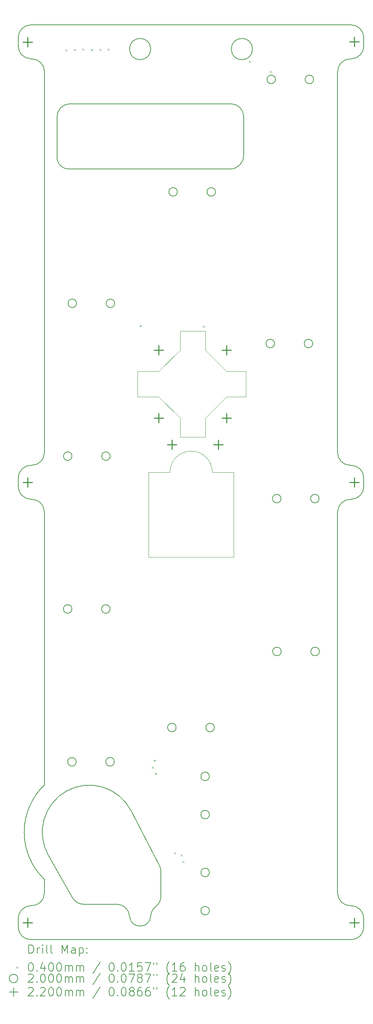
<source format=gbr>
%TF.GenerationSoftware,KiCad,Pcbnew,8.0.8*%
%TF.CreationDate,2025-03-15T17:23:19-07:00*%
%TF.ProjectId,Stationary_X_Panel,53746174-696f-46e6-9172-795f585f5061,1.4*%
%TF.SameCoordinates,Original*%
%TF.FileFunction,Drillmap*%
%TF.FilePolarity,Positive*%
%FSLAX45Y45*%
G04 Gerber Fmt 4.5, Leading zero omitted, Abs format (unit mm)*
G04 Created by KiCad (PCBNEW 8.0.8) date 2025-03-15 17:23:19*
%MOMM*%
%LPD*%
G01*
G04 APERTURE LIST*
%ADD10C,0.200000*%
%ADD11C,0.100000*%
%ADD12C,0.220000*%
G04 APERTURE END LIST*
D10*
X8200000Y-4300000D02*
X8200000Y-5200000D01*
X8200000Y-5200000D02*
G75*
G02*
X7900000Y-5534999I-317510J-17490D01*
G01*
D11*
X7300000Y-11400000D02*
X7300000Y-11850000D01*
D10*
X8408500Y-2710500D02*
G75*
G02*
X7908500Y-2710500I-250000J0D01*
G01*
X7908500Y-2710500D02*
G75*
G02*
X8408500Y-2710500I250000J0D01*
G01*
D11*
X6700000Y-11850000D02*
X7300000Y-11850000D01*
D10*
X10416000Y-22590500D02*
X10416000Y-13615500D01*
X10733500Y-12515500D02*
G75*
G02*
X11033500Y-12815500I0J-300000D01*
G01*
X4167106Y-22704917D02*
X3596709Y-21707521D01*
X3183500Y-2940500D02*
X3201000Y-2940500D01*
X6248500Y-22084083D02*
X6248500Y-22669490D01*
X11033500Y-23390500D02*
X11033500Y-23190500D01*
X3501000Y-22268160D02*
X3501000Y-22590500D01*
D11*
X6700000Y-11400000D02*
X6700000Y-11850000D01*
D10*
X11033500Y-13015500D02*
G75*
G02*
X10733500Y-13315500I-300000J0D01*
G01*
X2883500Y-23190500D02*
G75*
G02*
X3183500Y-22890500I300000J0D01*
G01*
X6008138Y-23133948D02*
G75*
G02*
X6128104Y-22909791I299602J-16162D01*
G01*
X10416000Y-3240500D02*
G75*
G02*
X10716000Y-2940500I300000J0D01*
G01*
X3501000Y-22590500D02*
G75*
G02*
X3201000Y-22890500I-300000J0D01*
G01*
X4100000Y-4000000D02*
X7900000Y-4000000D01*
X3183500Y-23690500D02*
G75*
G02*
X2883500Y-23390500I0J300000D01*
G01*
X10416000Y-13615500D02*
G75*
G02*
X10716000Y-13315500I300000J0D01*
G01*
D11*
X5962000Y-14680000D02*
X5962000Y-12680000D01*
D10*
X11033500Y-2640500D02*
X11033500Y-2440500D01*
X10733500Y-2140500D02*
G75*
G02*
X11033500Y-2440500I0J-300000D01*
G01*
D11*
X6200000Y-10900000D02*
X6700000Y-11400000D01*
D10*
X3183500Y-2940500D02*
G75*
G02*
X2883500Y-2640500I0J300000D01*
G01*
D11*
X7300000Y-9350000D02*
X6700000Y-9350000D01*
D10*
X10733500Y-22890500D02*
G75*
G02*
X11033500Y-23190500I0J-300000D01*
G01*
X10733500Y-12515500D02*
X10716000Y-12515500D01*
X2883500Y-12815500D02*
X2883500Y-13015500D01*
X3201000Y-12515500D02*
X3183500Y-12515500D01*
X10716000Y-22890500D02*
G75*
G02*
X10416000Y-22590500I0J300000D01*
G01*
D11*
X6200000Y-10300000D02*
X6700000Y-9800000D01*
D10*
X2883500Y-2440500D02*
G75*
G02*
X3183500Y-2140500I300000J0D01*
G01*
D11*
X8250000Y-10900000D02*
X8250000Y-10300000D01*
X6462000Y-12680000D02*
G75*
G02*
X7462000Y-12680000I500000J0D01*
G01*
D10*
X10716000Y-13315500D02*
X10733500Y-13315500D01*
X10716000Y-12515500D02*
G75*
G02*
X10416000Y-12215500I0J300000D01*
G01*
X10716000Y-2940500D02*
X10733500Y-2940500D01*
X3183500Y-13315500D02*
G75*
G02*
X2883500Y-13015500I0J300000D01*
G01*
X7900000Y-4000000D02*
G75*
G02*
X8200000Y-4300000I0J-300000D01*
G01*
X6248500Y-22669490D02*
G75*
G02*
X6128102Y-22909788I-300000J0D01*
G01*
X7900000Y-5535000D02*
X4100000Y-5535000D01*
D11*
X6700000Y-9800000D02*
X6700000Y-9350000D01*
D10*
X4100000Y-5535000D02*
G75*
G02*
X3800001Y-5300000I-28770J272260D01*
G01*
D11*
X5700000Y-10900000D02*
X5700000Y-10300000D01*
D10*
X6008138Y-23133948D02*
G75*
G02*
X5509021Y-23136630I-249638J13448D01*
G01*
X3800000Y-4300000D02*
G75*
G02*
X4100000Y-4000000I304763J-4763D01*
G01*
X3501000Y-12215500D02*
G75*
G02*
X3201000Y-12515500I-300000J0D01*
G01*
X10733500Y-22890500D02*
X10716000Y-22890500D01*
X3501000Y-3240500D02*
X3501000Y-12215500D01*
D11*
X7300000Y-11400000D02*
X7800000Y-10900000D01*
D10*
X11033500Y-13015500D02*
X11033500Y-12815500D01*
X3201000Y-13315500D02*
G75*
G02*
X3501000Y-13615500I0J-300000D01*
G01*
D11*
X7962000Y-12680000D02*
X7962000Y-14680000D01*
X7462000Y-12680000D02*
X7962000Y-12680000D01*
D10*
X3201000Y-22890500D02*
X3183500Y-22890500D01*
X2883500Y-2440500D02*
X2883500Y-2640500D01*
X10416000Y-12215500D02*
X10416000Y-3240500D01*
X5209646Y-22855986D02*
G75*
G02*
X5509030Y-23136629I14J-299994D01*
G01*
X11033500Y-2640500D02*
G75*
G02*
X10733500Y-2940500I-300000J0D01*
G01*
D11*
X5962000Y-12680000D02*
X6462000Y-12680000D01*
D10*
X6008500Y-2710500D02*
G75*
G02*
X5508500Y-2710500I-250000J0D01*
G01*
X5508500Y-2710500D02*
G75*
G02*
X6008500Y-2710500I250000J0D01*
G01*
X5209646Y-22855986D02*
X4427528Y-22855986D01*
D11*
X7300000Y-9800000D02*
X7300000Y-9350000D01*
D10*
X4427528Y-22855986D02*
G75*
G02*
X4167105Y-22704918I2J300006D01*
G01*
X3800000Y-4300000D02*
X3800000Y-5300000D01*
D11*
X7962000Y-14680000D02*
X5962000Y-14680000D01*
X7800000Y-10300000D02*
X8250000Y-10300000D01*
X7300000Y-9800000D02*
X7800000Y-10300000D01*
D10*
X5542277Y-20647816D02*
X6214875Y-21946081D01*
X6214875Y-21946081D02*
G75*
G02*
X6248497Y-22084083I-266385J-137999D01*
G01*
D11*
X5700000Y-10300000D02*
X6200000Y-10300000D01*
D10*
X2883500Y-23190500D02*
X2883500Y-23390500D01*
X3201000Y-2940500D02*
G75*
G02*
X3501000Y-3240500I0J-300000D01*
G01*
X10733500Y-2140500D02*
X3183500Y-2140500D01*
D11*
X7800000Y-10900000D02*
X8250000Y-10900000D01*
X5700000Y-10900000D02*
X6200000Y-10900000D01*
D10*
X3596709Y-21707521D02*
G75*
G02*
X5542277Y-20647816I961791J550035D01*
G01*
X11033500Y-23390500D02*
G75*
G02*
X10733500Y-23690500I-300000J0D01*
G01*
X3183500Y-13315500D02*
X3201000Y-13315500D01*
X3501000Y-22268160D02*
G75*
G02*
X3501000Y-20046812I1057501J1110674D01*
G01*
X3183500Y-23690500D02*
X10733500Y-23690500D01*
X3501000Y-13615500D02*
X3501000Y-20046812D01*
X2883500Y-12815500D02*
G75*
G02*
X3183500Y-12515500I300000J0D01*
G01*
D11*
X3994500Y-2717500D02*
X4034500Y-2757500D01*
X4034500Y-2717500D02*
X3994500Y-2757500D01*
X4197500Y-2708500D02*
X4237500Y-2748500D01*
X4237500Y-2708500D02*
X4197500Y-2748500D01*
X4393500Y-2700500D02*
X4433500Y-2740500D01*
X4433500Y-2700500D02*
X4393500Y-2740500D01*
X4594500Y-2711500D02*
X4634500Y-2751500D01*
X4634500Y-2711500D02*
X4594500Y-2751500D01*
X4797500Y-2708500D02*
X4837500Y-2748500D01*
X4837500Y-2708500D02*
X4797500Y-2748500D01*
X4992500Y-2698500D02*
X5032500Y-2738500D01*
X5032500Y-2698500D02*
X4992500Y-2738500D01*
X5745800Y-9214200D02*
X5785800Y-9254200D01*
X5785800Y-9214200D02*
X5745800Y-9254200D01*
X6036500Y-19615500D02*
X6076500Y-19655500D01*
X6076500Y-19615500D02*
X6036500Y-19655500D01*
X6079500Y-19449500D02*
X6119500Y-19489500D01*
X6119500Y-19449500D02*
X6079500Y-19489500D01*
X6107500Y-19762500D02*
X6147500Y-19802500D01*
X6147500Y-19762500D02*
X6107500Y-19802500D01*
X6561500Y-21632500D02*
X6601500Y-21672500D01*
X6601500Y-21632500D02*
X6561500Y-21672500D01*
X6711500Y-21683500D02*
X6751500Y-21723500D01*
X6751500Y-21683500D02*
X6711500Y-21723500D01*
X6753500Y-21836500D02*
X6793500Y-21876500D01*
X6793500Y-21836500D02*
X6753500Y-21876500D01*
X7239500Y-9225600D02*
X7279500Y-9265600D01*
X7279500Y-9225600D02*
X7239500Y-9265600D01*
X8322500Y-2990000D02*
X8362500Y-3030000D01*
X8362500Y-2990000D02*
X8322500Y-3030000D01*
X8819500Y-3225500D02*
X8859500Y-3265500D01*
X8859500Y-3225500D02*
X8819500Y-3265500D01*
D10*
X4150000Y-15900000D02*
G75*
G02*
X3950000Y-15900000I-100000J0D01*
G01*
X3950000Y-15900000D02*
G75*
G02*
X4150000Y-15900000I100000J0D01*
G01*
X4151500Y-12300000D02*
G75*
G02*
X3951500Y-12300000I-100000J0D01*
G01*
X3951500Y-12300000D02*
G75*
G02*
X4151500Y-12300000I100000J0D01*
G01*
X4250000Y-19500000D02*
G75*
G02*
X4050000Y-19500000I-100000J0D01*
G01*
X4050000Y-19500000D02*
G75*
G02*
X4250000Y-19500000I100000J0D01*
G01*
X4258500Y-8700000D02*
G75*
G02*
X4058500Y-8700000I-100000J0D01*
G01*
X4058500Y-8700000D02*
G75*
G02*
X4258500Y-8700000I100000J0D01*
G01*
X5050000Y-15900000D02*
G75*
G02*
X4850000Y-15900000I-100000J0D01*
G01*
X4850000Y-15900000D02*
G75*
G02*
X5050000Y-15900000I100000J0D01*
G01*
X5051500Y-12300000D02*
G75*
G02*
X4851500Y-12300000I-100000J0D01*
G01*
X4851500Y-12300000D02*
G75*
G02*
X5051500Y-12300000I100000J0D01*
G01*
X5150000Y-19500000D02*
G75*
G02*
X4950000Y-19500000I-100000J0D01*
G01*
X4950000Y-19500000D02*
G75*
G02*
X5150000Y-19500000I100000J0D01*
G01*
X5158500Y-8700000D02*
G75*
G02*
X4958500Y-8700000I-100000J0D01*
G01*
X4958500Y-8700000D02*
G75*
G02*
X5158500Y-8700000I100000J0D01*
G01*
X6607500Y-18692500D02*
G75*
G02*
X6407500Y-18692500I-100000J0D01*
G01*
X6407500Y-18692500D02*
G75*
G02*
X6607500Y-18692500I100000J0D01*
G01*
X6636000Y-6075000D02*
G75*
G02*
X6436000Y-6075000I-100000J0D01*
G01*
X6436000Y-6075000D02*
G75*
G02*
X6636000Y-6075000I100000J0D01*
G01*
X7391500Y-19843500D02*
G75*
G02*
X7191500Y-19843500I-100000J0D01*
G01*
X7191500Y-19843500D02*
G75*
G02*
X7391500Y-19843500I100000J0D01*
G01*
X7391500Y-20743500D02*
G75*
G02*
X7191500Y-20743500I-100000J0D01*
G01*
X7191500Y-20743500D02*
G75*
G02*
X7391500Y-20743500I100000J0D01*
G01*
X7391500Y-22107500D02*
G75*
G02*
X7191500Y-22107500I-100000J0D01*
G01*
X7191500Y-22107500D02*
G75*
G02*
X7391500Y-22107500I100000J0D01*
G01*
X7391500Y-23007500D02*
G75*
G02*
X7191500Y-23007500I-100000J0D01*
G01*
X7191500Y-23007500D02*
G75*
G02*
X7391500Y-23007500I100000J0D01*
G01*
X7507500Y-18692500D02*
G75*
G02*
X7307500Y-18692500I-100000J0D01*
G01*
X7307500Y-18692500D02*
G75*
G02*
X7507500Y-18692500I100000J0D01*
G01*
X7536000Y-6075000D02*
G75*
G02*
X7336000Y-6075000I-100000J0D01*
G01*
X7336000Y-6075000D02*
G75*
G02*
X7536000Y-6075000I100000J0D01*
G01*
X8928500Y-9647500D02*
G75*
G02*
X8728500Y-9647500I-100000J0D01*
G01*
X8728500Y-9647500D02*
G75*
G02*
X8928500Y-9647500I100000J0D01*
G01*
X8950000Y-3425000D02*
G75*
G02*
X8750000Y-3425000I-100000J0D01*
G01*
X8750000Y-3425000D02*
G75*
G02*
X8950000Y-3425000I100000J0D01*
G01*
X9080500Y-13299500D02*
G75*
G02*
X8880500Y-13299500I-100000J0D01*
G01*
X8880500Y-13299500D02*
G75*
G02*
X9080500Y-13299500I100000J0D01*
G01*
X9085500Y-16901500D02*
G75*
G02*
X8885500Y-16901500I-100000J0D01*
G01*
X8885500Y-16901500D02*
G75*
G02*
X9085500Y-16901500I100000J0D01*
G01*
X9828500Y-9647500D02*
G75*
G02*
X9628500Y-9647500I-100000J0D01*
G01*
X9628500Y-9647500D02*
G75*
G02*
X9828500Y-9647500I100000J0D01*
G01*
X9850000Y-3425000D02*
G75*
G02*
X9650000Y-3425000I-100000J0D01*
G01*
X9650000Y-3425000D02*
G75*
G02*
X9850000Y-3425000I100000J0D01*
G01*
X9980500Y-13299500D02*
G75*
G02*
X9780500Y-13299500I-100000J0D01*
G01*
X9780500Y-13299500D02*
G75*
G02*
X9980500Y-13299500I100000J0D01*
G01*
X9985500Y-16901500D02*
G75*
G02*
X9785500Y-16901500I-100000J0D01*
G01*
X9785500Y-16901500D02*
G75*
G02*
X9985500Y-16901500I100000J0D01*
G01*
D12*
X3107500Y-12805500D02*
X3107500Y-13025500D01*
X2997500Y-12915500D02*
X3217500Y-12915500D01*
X3108500Y-2431500D02*
X3108500Y-2651500D01*
X2998500Y-2541500D02*
X3218500Y-2541500D01*
X3109500Y-23181500D02*
X3109500Y-23401500D01*
X2999500Y-23291500D02*
X3219500Y-23291500D01*
X6200000Y-9690000D02*
X6200000Y-9910000D01*
X6090000Y-9800000D02*
X6310000Y-9800000D01*
X6200000Y-11290000D02*
X6200000Y-11510000D01*
X6090000Y-11400000D02*
X6310000Y-11400000D01*
X6510000Y-11921500D02*
X6510000Y-12141500D01*
X6400000Y-12031500D02*
X6620000Y-12031500D01*
X7604500Y-11921500D02*
X7604500Y-12141500D01*
X7494500Y-12031500D02*
X7714500Y-12031500D01*
X7800000Y-9690000D02*
X7800000Y-9910000D01*
X7690000Y-9800000D02*
X7910000Y-9800000D01*
X7800000Y-11290000D02*
X7800000Y-11510000D01*
X7690000Y-11400000D02*
X7910000Y-11400000D01*
X10807500Y-12806500D02*
X10807500Y-13026500D01*
X10697500Y-12916500D02*
X10917500Y-12916500D01*
X10807500Y-23180500D02*
X10807500Y-23400500D01*
X10697500Y-23290500D02*
X10917500Y-23290500D01*
X10809500Y-2430500D02*
X10809500Y-2650500D01*
X10699500Y-2540500D02*
X10919500Y-2540500D01*
D10*
X3134277Y-24011984D02*
X3134277Y-23811984D01*
X3134277Y-23811984D02*
X3181896Y-23811984D01*
X3181896Y-23811984D02*
X3210467Y-23821508D01*
X3210467Y-23821508D02*
X3229515Y-23840555D01*
X3229515Y-23840555D02*
X3239039Y-23859603D01*
X3239039Y-23859603D02*
X3248562Y-23897698D01*
X3248562Y-23897698D02*
X3248562Y-23926269D01*
X3248562Y-23926269D02*
X3239039Y-23964365D01*
X3239039Y-23964365D02*
X3229515Y-23983412D01*
X3229515Y-23983412D02*
X3210467Y-24002460D01*
X3210467Y-24002460D02*
X3181896Y-24011984D01*
X3181896Y-24011984D02*
X3134277Y-24011984D01*
X3334277Y-24011984D02*
X3334277Y-23878650D01*
X3334277Y-23916746D02*
X3343801Y-23897698D01*
X3343801Y-23897698D02*
X3353324Y-23888174D01*
X3353324Y-23888174D02*
X3372372Y-23878650D01*
X3372372Y-23878650D02*
X3391420Y-23878650D01*
X3458086Y-24011984D02*
X3458086Y-23878650D01*
X3458086Y-23811984D02*
X3448562Y-23821508D01*
X3448562Y-23821508D02*
X3458086Y-23831031D01*
X3458086Y-23831031D02*
X3467610Y-23821508D01*
X3467610Y-23821508D02*
X3458086Y-23811984D01*
X3458086Y-23811984D02*
X3458086Y-23831031D01*
X3581896Y-24011984D02*
X3562848Y-24002460D01*
X3562848Y-24002460D02*
X3553324Y-23983412D01*
X3553324Y-23983412D02*
X3553324Y-23811984D01*
X3686658Y-24011984D02*
X3667610Y-24002460D01*
X3667610Y-24002460D02*
X3658086Y-23983412D01*
X3658086Y-23983412D02*
X3658086Y-23811984D01*
X3915229Y-24011984D02*
X3915229Y-23811984D01*
X3915229Y-23811984D02*
X3981896Y-23954841D01*
X3981896Y-23954841D02*
X4048562Y-23811984D01*
X4048562Y-23811984D02*
X4048562Y-24011984D01*
X4229515Y-24011984D02*
X4229515Y-23907222D01*
X4229515Y-23907222D02*
X4219991Y-23888174D01*
X4219991Y-23888174D02*
X4200944Y-23878650D01*
X4200944Y-23878650D02*
X4162848Y-23878650D01*
X4162848Y-23878650D02*
X4143801Y-23888174D01*
X4229515Y-24002460D02*
X4210467Y-24011984D01*
X4210467Y-24011984D02*
X4162848Y-24011984D01*
X4162848Y-24011984D02*
X4143801Y-24002460D01*
X4143801Y-24002460D02*
X4134277Y-23983412D01*
X4134277Y-23983412D02*
X4134277Y-23964365D01*
X4134277Y-23964365D02*
X4143801Y-23945317D01*
X4143801Y-23945317D02*
X4162848Y-23935793D01*
X4162848Y-23935793D02*
X4210467Y-23935793D01*
X4210467Y-23935793D02*
X4229515Y-23926269D01*
X4324753Y-23878650D02*
X4324753Y-24078650D01*
X4324753Y-23888174D02*
X4343801Y-23878650D01*
X4343801Y-23878650D02*
X4381896Y-23878650D01*
X4381896Y-23878650D02*
X4400944Y-23888174D01*
X4400944Y-23888174D02*
X4410467Y-23897698D01*
X4410467Y-23897698D02*
X4419991Y-23916746D01*
X4419991Y-23916746D02*
X4419991Y-23973888D01*
X4419991Y-23973888D02*
X4410467Y-23992936D01*
X4410467Y-23992936D02*
X4400944Y-24002460D01*
X4400944Y-24002460D02*
X4381896Y-24011984D01*
X4381896Y-24011984D02*
X4343801Y-24011984D01*
X4343801Y-24011984D02*
X4324753Y-24002460D01*
X4505705Y-23992936D02*
X4515229Y-24002460D01*
X4515229Y-24002460D02*
X4505705Y-24011984D01*
X4505705Y-24011984D02*
X4496182Y-24002460D01*
X4496182Y-24002460D02*
X4505705Y-23992936D01*
X4505705Y-23992936D02*
X4505705Y-24011984D01*
X4505705Y-23888174D02*
X4515229Y-23897698D01*
X4515229Y-23897698D02*
X4505705Y-23907222D01*
X4505705Y-23907222D02*
X4496182Y-23897698D01*
X4496182Y-23897698D02*
X4505705Y-23888174D01*
X4505705Y-23888174D02*
X4505705Y-23907222D01*
D11*
X2833500Y-24320500D02*
X2873500Y-24360500D01*
X2873500Y-24320500D02*
X2833500Y-24360500D01*
D10*
X3172372Y-24231984D02*
X3191420Y-24231984D01*
X3191420Y-24231984D02*
X3210467Y-24241508D01*
X3210467Y-24241508D02*
X3219991Y-24251031D01*
X3219991Y-24251031D02*
X3229515Y-24270079D01*
X3229515Y-24270079D02*
X3239039Y-24308174D01*
X3239039Y-24308174D02*
X3239039Y-24355793D01*
X3239039Y-24355793D02*
X3229515Y-24393888D01*
X3229515Y-24393888D02*
X3219991Y-24412936D01*
X3219991Y-24412936D02*
X3210467Y-24422460D01*
X3210467Y-24422460D02*
X3191420Y-24431984D01*
X3191420Y-24431984D02*
X3172372Y-24431984D01*
X3172372Y-24431984D02*
X3153324Y-24422460D01*
X3153324Y-24422460D02*
X3143801Y-24412936D01*
X3143801Y-24412936D02*
X3134277Y-24393888D01*
X3134277Y-24393888D02*
X3124753Y-24355793D01*
X3124753Y-24355793D02*
X3124753Y-24308174D01*
X3124753Y-24308174D02*
X3134277Y-24270079D01*
X3134277Y-24270079D02*
X3143801Y-24251031D01*
X3143801Y-24251031D02*
X3153324Y-24241508D01*
X3153324Y-24241508D02*
X3172372Y-24231984D01*
X3324753Y-24412936D02*
X3334277Y-24422460D01*
X3334277Y-24422460D02*
X3324753Y-24431984D01*
X3324753Y-24431984D02*
X3315229Y-24422460D01*
X3315229Y-24422460D02*
X3324753Y-24412936D01*
X3324753Y-24412936D02*
X3324753Y-24431984D01*
X3505705Y-24298650D02*
X3505705Y-24431984D01*
X3458086Y-24222460D02*
X3410467Y-24365317D01*
X3410467Y-24365317D02*
X3534277Y-24365317D01*
X3648562Y-24231984D02*
X3667610Y-24231984D01*
X3667610Y-24231984D02*
X3686658Y-24241508D01*
X3686658Y-24241508D02*
X3696182Y-24251031D01*
X3696182Y-24251031D02*
X3705705Y-24270079D01*
X3705705Y-24270079D02*
X3715229Y-24308174D01*
X3715229Y-24308174D02*
X3715229Y-24355793D01*
X3715229Y-24355793D02*
X3705705Y-24393888D01*
X3705705Y-24393888D02*
X3696182Y-24412936D01*
X3696182Y-24412936D02*
X3686658Y-24422460D01*
X3686658Y-24422460D02*
X3667610Y-24431984D01*
X3667610Y-24431984D02*
X3648562Y-24431984D01*
X3648562Y-24431984D02*
X3629515Y-24422460D01*
X3629515Y-24422460D02*
X3619991Y-24412936D01*
X3619991Y-24412936D02*
X3610467Y-24393888D01*
X3610467Y-24393888D02*
X3600943Y-24355793D01*
X3600943Y-24355793D02*
X3600943Y-24308174D01*
X3600943Y-24308174D02*
X3610467Y-24270079D01*
X3610467Y-24270079D02*
X3619991Y-24251031D01*
X3619991Y-24251031D02*
X3629515Y-24241508D01*
X3629515Y-24241508D02*
X3648562Y-24231984D01*
X3839039Y-24231984D02*
X3858086Y-24231984D01*
X3858086Y-24231984D02*
X3877134Y-24241508D01*
X3877134Y-24241508D02*
X3886658Y-24251031D01*
X3886658Y-24251031D02*
X3896182Y-24270079D01*
X3896182Y-24270079D02*
X3905705Y-24308174D01*
X3905705Y-24308174D02*
X3905705Y-24355793D01*
X3905705Y-24355793D02*
X3896182Y-24393888D01*
X3896182Y-24393888D02*
X3886658Y-24412936D01*
X3886658Y-24412936D02*
X3877134Y-24422460D01*
X3877134Y-24422460D02*
X3858086Y-24431984D01*
X3858086Y-24431984D02*
X3839039Y-24431984D01*
X3839039Y-24431984D02*
X3819991Y-24422460D01*
X3819991Y-24422460D02*
X3810467Y-24412936D01*
X3810467Y-24412936D02*
X3800943Y-24393888D01*
X3800943Y-24393888D02*
X3791420Y-24355793D01*
X3791420Y-24355793D02*
X3791420Y-24308174D01*
X3791420Y-24308174D02*
X3800943Y-24270079D01*
X3800943Y-24270079D02*
X3810467Y-24251031D01*
X3810467Y-24251031D02*
X3819991Y-24241508D01*
X3819991Y-24241508D02*
X3839039Y-24231984D01*
X3991420Y-24431984D02*
X3991420Y-24298650D01*
X3991420Y-24317698D02*
X4000943Y-24308174D01*
X4000943Y-24308174D02*
X4019991Y-24298650D01*
X4019991Y-24298650D02*
X4048563Y-24298650D01*
X4048563Y-24298650D02*
X4067610Y-24308174D01*
X4067610Y-24308174D02*
X4077134Y-24327222D01*
X4077134Y-24327222D02*
X4077134Y-24431984D01*
X4077134Y-24327222D02*
X4086658Y-24308174D01*
X4086658Y-24308174D02*
X4105705Y-24298650D01*
X4105705Y-24298650D02*
X4134277Y-24298650D01*
X4134277Y-24298650D02*
X4153324Y-24308174D01*
X4153324Y-24308174D02*
X4162848Y-24327222D01*
X4162848Y-24327222D02*
X4162848Y-24431984D01*
X4258086Y-24431984D02*
X4258086Y-24298650D01*
X4258086Y-24317698D02*
X4267610Y-24308174D01*
X4267610Y-24308174D02*
X4286658Y-24298650D01*
X4286658Y-24298650D02*
X4315229Y-24298650D01*
X4315229Y-24298650D02*
X4334277Y-24308174D01*
X4334277Y-24308174D02*
X4343801Y-24327222D01*
X4343801Y-24327222D02*
X4343801Y-24431984D01*
X4343801Y-24327222D02*
X4353325Y-24308174D01*
X4353325Y-24308174D02*
X4372372Y-24298650D01*
X4372372Y-24298650D02*
X4400944Y-24298650D01*
X4400944Y-24298650D02*
X4419991Y-24308174D01*
X4419991Y-24308174D02*
X4429515Y-24327222D01*
X4429515Y-24327222D02*
X4429515Y-24431984D01*
X4819991Y-24222460D02*
X4648563Y-24479603D01*
X5077134Y-24231984D02*
X5096182Y-24231984D01*
X5096182Y-24231984D02*
X5115229Y-24241508D01*
X5115229Y-24241508D02*
X5124753Y-24251031D01*
X5124753Y-24251031D02*
X5134277Y-24270079D01*
X5134277Y-24270079D02*
X5143801Y-24308174D01*
X5143801Y-24308174D02*
X5143801Y-24355793D01*
X5143801Y-24355793D02*
X5134277Y-24393888D01*
X5134277Y-24393888D02*
X5124753Y-24412936D01*
X5124753Y-24412936D02*
X5115229Y-24422460D01*
X5115229Y-24422460D02*
X5096182Y-24431984D01*
X5096182Y-24431984D02*
X5077134Y-24431984D01*
X5077134Y-24431984D02*
X5058087Y-24422460D01*
X5058087Y-24422460D02*
X5048563Y-24412936D01*
X5048563Y-24412936D02*
X5039039Y-24393888D01*
X5039039Y-24393888D02*
X5029515Y-24355793D01*
X5029515Y-24355793D02*
X5029515Y-24308174D01*
X5029515Y-24308174D02*
X5039039Y-24270079D01*
X5039039Y-24270079D02*
X5048563Y-24251031D01*
X5048563Y-24251031D02*
X5058087Y-24241508D01*
X5058087Y-24241508D02*
X5077134Y-24231984D01*
X5229515Y-24412936D02*
X5239039Y-24422460D01*
X5239039Y-24422460D02*
X5229515Y-24431984D01*
X5229515Y-24431984D02*
X5219991Y-24422460D01*
X5219991Y-24422460D02*
X5229515Y-24412936D01*
X5229515Y-24412936D02*
X5229515Y-24431984D01*
X5362848Y-24231984D02*
X5381896Y-24231984D01*
X5381896Y-24231984D02*
X5400944Y-24241508D01*
X5400944Y-24241508D02*
X5410468Y-24251031D01*
X5410468Y-24251031D02*
X5419991Y-24270079D01*
X5419991Y-24270079D02*
X5429515Y-24308174D01*
X5429515Y-24308174D02*
X5429515Y-24355793D01*
X5429515Y-24355793D02*
X5419991Y-24393888D01*
X5419991Y-24393888D02*
X5410468Y-24412936D01*
X5410468Y-24412936D02*
X5400944Y-24422460D01*
X5400944Y-24422460D02*
X5381896Y-24431984D01*
X5381896Y-24431984D02*
X5362848Y-24431984D01*
X5362848Y-24431984D02*
X5343801Y-24422460D01*
X5343801Y-24422460D02*
X5334277Y-24412936D01*
X5334277Y-24412936D02*
X5324753Y-24393888D01*
X5324753Y-24393888D02*
X5315229Y-24355793D01*
X5315229Y-24355793D02*
X5315229Y-24308174D01*
X5315229Y-24308174D02*
X5324753Y-24270079D01*
X5324753Y-24270079D02*
X5334277Y-24251031D01*
X5334277Y-24251031D02*
X5343801Y-24241508D01*
X5343801Y-24241508D02*
X5362848Y-24231984D01*
X5619991Y-24431984D02*
X5505706Y-24431984D01*
X5562848Y-24431984D02*
X5562848Y-24231984D01*
X5562848Y-24231984D02*
X5543801Y-24260555D01*
X5543801Y-24260555D02*
X5524753Y-24279603D01*
X5524753Y-24279603D02*
X5505706Y-24289127D01*
X5800944Y-24231984D02*
X5705706Y-24231984D01*
X5705706Y-24231984D02*
X5696182Y-24327222D01*
X5696182Y-24327222D02*
X5705706Y-24317698D01*
X5705706Y-24317698D02*
X5724753Y-24308174D01*
X5724753Y-24308174D02*
X5772372Y-24308174D01*
X5772372Y-24308174D02*
X5791420Y-24317698D01*
X5791420Y-24317698D02*
X5800944Y-24327222D01*
X5800944Y-24327222D02*
X5810467Y-24346269D01*
X5810467Y-24346269D02*
X5810467Y-24393888D01*
X5810467Y-24393888D02*
X5800944Y-24412936D01*
X5800944Y-24412936D02*
X5791420Y-24422460D01*
X5791420Y-24422460D02*
X5772372Y-24431984D01*
X5772372Y-24431984D02*
X5724753Y-24431984D01*
X5724753Y-24431984D02*
X5705706Y-24422460D01*
X5705706Y-24422460D02*
X5696182Y-24412936D01*
X5877134Y-24231984D02*
X6010467Y-24231984D01*
X6010467Y-24231984D02*
X5924753Y-24431984D01*
X6077134Y-24231984D02*
X6077134Y-24270079D01*
X6153325Y-24231984D02*
X6153325Y-24270079D01*
X6448563Y-24508174D02*
X6439039Y-24498650D01*
X6439039Y-24498650D02*
X6419991Y-24470079D01*
X6419991Y-24470079D02*
X6410468Y-24451031D01*
X6410468Y-24451031D02*
X6400944Y-24422460D01*
X6400944Y-24422460D02*
X6391420Y-24374841D01*
X6391420Y-24374841D02*
X6391420Y-24336746D01*
X6391420Y-24336746D02*
X6400944Y-24289127D01*
X6400944Y-24289127D02*
X6410468Y-24260555D01*
X6410468Y-24260555D02*
X6419991Y-24241508D01*
X6419991Y-24241508D02*
X6439039Y-24212936D01*
X6439039Y-24212936D02*
X6448563Y-24203412D01*
X6629515Y-24431984D02*
X6515229Y-24431984D01*
X6572372Y-24431984D02*
X6572372Y-24231984D01*
X6572372Y-24231984D02*
X6553325Y-24260555D01*
X6553325Y-24260555D02*
X6534277Y-24279603D01*
X6534277Y-24279603D02*
X6515229Y-24289127D01*
X6800944Y-24231984D02*
X6762848Y-24231984D01*
X6762848Y-24231984D02*
X6743801Y-24241508D01*
X6743801Y-24241508D02*
X6734277Y-24251031D01*
X6734277Y-24251031D02*
X6715229Y-24279603D01*
X6715229Y-24279603D02*
X6705706Y-24317698D01*
X6705706Y-24317698D02*
X6705706Y-24393888D01*
X6705706Y-24393888D02*
X6715229Y-24412936D01*
X6715229Y-24412936D02*
X6724753Y-24422460D01*
X6724753Y-24422460D02*
X6743801Y-24431984D01*
X6743801Y-24431984D02*
X6781896Y-24431984D01*
X6781896Y-24431984D02*
X6800944Y-24422460D01*
X6800944Y-24422460D02*
X6810468Y-24412936D01*
X6810468Y-24412936D02*
X6819991Y-24393888D01*
X6819991Y-24393888D02*
X6819991Y-24346269D01*
X6819991Y-24346269D02*
X6810468Y-24327222D01*
X6810468Y-24327222D02*
X6800944Y-24317698D01*
X6800944Y-24317698D02*
X6781896Y-24308174D01*
X6781896Y-24308174D02*
X6743801Y-24308174D01*
X6743801Y-24308174D02*
X6724753Y-24317698D01*
X6724753Y-24317698D02*
X6715229Y-24327222D01*
X6715229Y-24327222D02*
X6705706Y-24346269D01*
X7058087Y-24431984D02*
X7058087Y-24231984D01*
X7143801Y-24431984D02*
X7143801Y-24327222D01*
X7143801Y-24327222D02*
X7134277Y-24308174D01*
X7134277Y-24308174D02*
X7115230Y-24298650D01*
X7115230Y-24298650D02*
X7086658Y-24298650D01*
X7086658Y-24298650D02*
X7067610Y-24308174D01*
X7067610Y-24308174D02*
X7058087Y-24317698D01*
X7267610Y-24431984D02*
X7248563Y-24422460D01*
X7248563Y-24422460D02*
X7239039Y-24412936D01*
X7239039Y-24412936D02*
X7229515Y-24393888D01*
X7229515Y-24393888D02*
X7229515Y-24336746D01*
X7229515Y-24336746D02*
X7239039Y-24317698D01*
X7239039Y-24317698D02*
X7248563Y-24308174D01*
X7248563Y-24308174D02*
X7267610Y-24298650D01*
X7267610Y-24298650D02*
X7296182Y-24298650D01*
X7296182Y-24298650D02*
X7315230Y-24308174D01*
X7315230Y-24308174D02*
X7324753Y-24317698D01*
X7324753Y-24317698D02*
X7334277Y-24336746D01*
X7334277Y-24336746D02*
X7334277Y-24393888D01*
X7334277Y-24393888D02*
X7324753Y-24412936D01*
X7324753Y-24412936D02*
X7315230Y-24422460D01*
X7315230Y-24422460D02*
X7296182Y-24431984D01*
X7296182Y-24431984D02*
X7267610Y-24431984D01*
X7448563Y-24431984D02*
X7429515Y-24422460D01*
X7429515Y-24422460D02*
X7419991Y-24403412D01*
X7419991Y-24403412D02*
X7419991Y-24231984D01*
X7600944Y-24422460D02*
X7581896Y-24431984D01*
X7581896Y-24431984D02*
X7543801Y-24431984D01*
X7543801Y-24431984D02*
X7524753Y-24422460D01*
X7524753Y-24422460D02*
X7515230Y-24403412D01*
X7515230Y-24403412D02*
X7515230Y-24327222D01*
X7515230Y-24327222D02*
X7524753Y-24308174D01*
X7524753Y-24308174D02*
X7543801Y-24298650D01*
X7543801Y-24298650D02*
X7581896Y-24298650D01*
X7581896Y-24298650D02*
X7600944Y-24308174D01*
X7600944Y-24308174D02*
X7610468Y-24327222D01*
X7610468Y-24327222D02*
X7610468Y-24346269D01*
X7610468Y-24346269D02*
X7515230Y-24365317D01*
X7686658Y-24422460D02*
X7705706Y-24431984D01*
X7705706Y-24431984D02*
X7743801Y-24431984D01*
X7743801Y-24431984D02*
X7762849Y-24422460D01*
X7762849Y-24422460D02*
X7772372Y-24403412D01*
X7772372Y-24403412D02*
X7772372Y-24393888D01*
X7772372Y-24393888D02*
X7762849Y-24374841D01*
X7762849Y-24374841D02*
X7743801Y-24365317D01*
X7743801Y-24365317D02*
X7715230Y-24365317D01*
X7715230Y-24365317D02*
X7696182Y-24355793D01*
X7696182Y-24355793D02*
X7686658Y-24336746D01*
X7686658Y-24336746D02*
X7686658Y-24327222D01*
X7686658Y-24327222D02*
X7696182Y-24308174D01*
X7696182Y-24308174D02*
X7715230Y-24298650D01*
X7715230Y-24298650D02*
X7743801Y-24298650D01*
X7743801Y-24298650D02*
X7762849Y-24308174D01*
X7839039Y-24508174D02*
X7848563Y-24498650D01*
X7848563Y-24498650D02*
X7867611Y-24470079D01*
X7867611Y-24470079D02*
X7877134Y-24451031D01*
X7877134Y-24451031D02*
X7886658Y-24422460D01*
X7886658Y-24422460D02*
X7896182Y-24374841D01*
X7896182Y-24374841D02*
X7896182Y-24336746D01*
X7896182Y-24336746D02*
X7886658Y-24289127D01*
X7886658Y-24289127D02*
X7877134Y-24260555D01*
X7877134Y-24260555D02*
X7867611Y-24241508D01*
X7867611Y-24241508D02*
X7848563Y-24212936D01*
X7848563Y-24212936D02*
X7839039Y-24203412D01*
X2873500Y-24604500D02*
G75*
G02*
X2673500Y-24604500I-100000J0D01*
G01*
X2673500Y-24604500D02*
G75*
G02*
X2873500Y-24604500I100000J0D01*
G01*
X3124753Y-24515031D02*
X3134277Y-24505508D01*
X3134277Y-24505508D02*
X3153324Y-24495984D01*
X3153324Y-24495984D02*
X3200943Y-24495984D01*
X3200943Y-24495984D02*
X3219991Y-24505508D01*
X3219991Y-24505508D02*
X3229515Y-24515031D01*
X3229515Y-24515031D02*
X3239039Y-24534079D01*
X3239039Y-24534079D02*
X3239039Y-24553127D01*
X3239039Y-24553127D02*
X3229515Y-24581698D01*
X3229515Y-24581698D02*
X3115229Y-24695984D01*
X3115229Y-24695984D02*
X3239039Y-24695984D01*
X3324753Y-24676936D02*
X3334277Y-24686460D01*
X3334277Y-24686460D02*
X3324753Y-24695984D01*
X3324753Y-24695984D02*
X3315229Y-24686460D01*
X3315229Y-24686460D02*
X3324753Y-24676936D01*
X3324753Y-24676936D02*
X3324753Y-24695984D01*
X3458086Y-24495984D02*
X3477134Y-24495984D01*
X3477134Y-24495984D02*
X3496182Y-24505508D01*
X3496182Y-24505508D02*
X3505705Y-24515031D01*
X3505705Y-24515031D02*
X3515229Y-24534079D01*
X3515229Y-24534079D02*
X3524753Y-24572174D01*
X3524753Y-24572174D02*
X3524753Y-24619793D01*
X3524753Y-24619793D02*
X3515229Y-24657888D01*
X3515229Y-24657888D02*
X3505705Y-24676936D01*
X3505705Y-24676936D02*
X3496182Y-24686460D01*
X3496182Y-24686460D02*
X3477134Y-24695984D01*
X3477134Y-24695984D02*
X3458086Y-24695984D01*
X3458086Y-24695984D02*
X3439039Y-24686460D01*
X3439039Y-24686460D02*
X3429515Y-24676936D01*
X3429515Y-24676936D02*
X3419991Y-24657888D01*
X3419991Y-24657888D02*
X3410467Y-24619793D01*
X3410467Y-24619793D02*
X3410467Y-24572174D01*
X3410467Y-24572174D02*
X3419991Y-24534079D01*
X3419991Y-24534079D02*
X3429515Y-24515031D01*
X3429515Y-24515031D02*
X3439039Y-24505508D01*
X3439039Y-24505508D02*
X3458086Y-24495984D01*
X3648562Y-24495984D02*
X3667610Y-24495984D01*
X3667610Y-24495984D02*
X3686658Y-24505508D01*
X3686658Y-24505508D02*
X3696182Y-24515031D01*
X3696182Y-24515031D02*
X3705705Y-24534079D01*
X3705705Y-24534079D02*
X3715229Y-24572174D01*
X3715229Y-24572174D02*
X3715229Y-24619793D01*
X3715229Y-24619793D02*
X3705705Y-24657888D01*
X3705705Y-24657888D02*
X3696182Y-24676936D01*
X3696182Y-24676936D02*
X3686658Y-24686460D01*
X3686658Y-24686460D02*
X3667610Y-24695984D01*
X3667610Y-24695984D02*
X3648562Y-24695984D01*
X3648562Y-24695984D02*
X3629515Y-24686460D01*
X3629515Y-24686460D02*
X3619991Y-24676936D01*
X3619991Y-24676936D02*
X3610467Y-24657888D01*
X3610467Y-24657888D02*
X3600943Y-24619793D01*
X3600943Y-24619793D02*
X3600943Y-24572174D01*
X3600943Y-24572174D02*
X3610467Y-24534079D01*
X3610467Y-24534079D02*
X3619991Y-24515031D01*
X3619991Y-24515031D02*
X3629515Y-24505508D01*
X3629515Y-24505508D02*
X3648562Y-24495984D01*
X3839039Y-24495984D02*
X3858086Y-24495984D01*
X3858086Y-24495984D02*
X3877134Y-24505508D01*
X3877134Y-24505508D02*
X3886658Y-24515031D01*
X3886658Y-24515031D02*
X3896182Y-24534079D01*
X3896182Y-24534079D02*
X3905705Y-24572174D01*
X3905705Y-24572174D02*
X3905705Y-24619793D01*
X3905705Y-24619793D02*
X3896182Y-24657888D01*
X3896182Y-24657888D02*
X3886658Y-24676936D01*
X3886658Y-24676936D02*
X3877134Y-24686460D01*
X3877134Y-24686460D02*
X3858086Y-24695984D01*
X3858086Y-24695984D02*
X3839039Y-24695984D01*
X3839039Y-24695984D02*
X3819991Y-24686460D01*
X3819991Y-24686460D02*
X3810467Y-24676936D01*
X3810467Y-24676936D02*
X3800943Y-24657888D01*
X3800943Y-24657888D02*
X3791420Y-24619793D01*
X3791420Y-24619793D02*
X3791420Y-24572174D01*
X3791420Y-24572174D02*
X3800943Y-24534079D01*
X3800943Y-24534079D02*
X3810467Y-24515031D01*
X3810467Y-24515031D02*
X3819991Y-24505508D01*
X3819991Y-24505508D02*
X3839039Y-24495984D01*
X3991420Y-24695984D02*
X3991420Y-24562650D01*
X3991420Y-24581698D02*
X4000943Y-24572174D01*
X4000943Y-24572174D02*
X4019991Y-24562650D01*
X4019991Y-24562650D02*
X4048563Y-24562650D01*
X4048563Y-24562650D02*
X4067610Y-24572174D01*
X4067610Y-24572174D02*
X4077134Y-24591222D01*
X4077134Y-24591222D02*
X4077134Y-24695984D01*
X4077134Y-24591222D02*
X4086658Y-24572174D01*
X4086658Y-24572174D02*
X4105705Y-24562650D01*
X4105705Y-24562650D02*
X4134277Y-24562650D01*
X4134277Y-24562650D02*
X4153324Y-24572174D01*
X4153324Y-24572174D02*
X4162848Y-24591222D01*
X4162848Y-24591222D02*
X4162848Y-24695984D01*
X4258086Y-24695984D02*
X4258086Y-24562650D01*
X4258086Y-24581698D02*
X4267610Y-24572174D01*
X4267610Y-24572174D02*
X4286658Y-24562650D01*
X4286658Y-24562650D02*
X4315229Y-24562650D01*
X4315229Y-24562650D02*
X4334277Y-24572174D01*
X4334277Y-24572174D02*
X4343801Y-24591222D01*
X4343801Y-24591222D02*
X4343801Y-24695984D01*
X4343801Y-24591222D02*
X4353325Y-24572174D01*
X4353325Y-24572174D02*
X4372372Y-24562650D01*
X4372372Y-24562650D02*
X4400944Y-24562650D01*
X4400944Y-24562650D02*
X4419991Y-24572174D01*
X4419991Y-24572174D02*
X4429515Y-24591222D01*
X4429515Y-24591222D02*
X4429515Y-24695984D01*
X4819991Y-24486460D02*
X4648563Y-24743603D01*
X5077134Y-24495984D02*
X5096182Y-24495984D01*
X5096182Y-24495984D02*
X5115229Y-24505508D01*
X5115229Y-24505508D02*
X5124753Y-24515031D01*
X5124753Y-24515031D02*
X5134277Y-24534079D01*
X5134277Y-24534079D02*
X5143801Y-24572174D01*
X5143801Y-24572174D02*
X5143801Y-24619793D01*
X5143801Y-24619793D02*
X5134277Y-24657888D01*
X5134277Y-24657888D02*
X5124753Y-24676936D01*
X5124753Y-24676936D02*
X5115229Y-24686460D01*
X5115229Y-24686460D02*
X5096182Y-24695984D01*
X5096182Y-24695984D02*
X5077134Y-24695984D01*
X5077134Y-24695984D02*
X5058087Y-24686460D01*
X5058087Y-24686460D02*
X5048563Y-24676936D01*
X5048563Y-24676936D02*
X5039039Y-24657888D01*
X5039039Y-24657888D02*
X5029515Y-24619793D01*
X5029515Y-24619793D02*
X5029515Y-24572174D01*
X5029515Y-24572174D02*
X5039039Y-24534079D01*
X5039039Y-24534079D02*
X5048563Y-24515031D01*
X5048563Y-24515031D02*
X5058087Y-24505508D01*
X5058087Y-24505508D02*
X5077134Y-24495984D01*
X5229515Y-24676936D02*
X5239039Y-24686460D01*
X5239039Y-24686460D02*
X5229515Y-24695984D01*
X5229515Y-24695984D02*
X5219991Y-24686460D01*
X5219991Y-24686460D02*
X5229515Y-24676936D01*
X5229515Y-24676936D02*
X5229515Y-24695984D01*
X5362848Y-24495984D02*
X5381896Y-24495984D01*
X5381896Y-24495984D02*
X5400944Y-24505508D01*
X5400944Y-24505508D02*
X5410468Y-24515031D01*
X5410468Y-24515031D02*
X5419991Y-24534079D01*
X5419991Y-24534079D02*
X5429515Y-24572174D01*
X5429515Y-24572174D02*
X5429515Y-24619793D01*
X5429515Y-24619793D02*
X5419991Y-24657888D01*
X5419991Y-24657888D02*
X5410468Y-24676936D01*
X5410468Y-24676936D02*
X5400944Y-24686460D01*
X5400944Y-24686460D02*
X5381896Y-24695984D01*
X5381896Y-24695984D02*
X5362848Y-24695984D01*
X5362848Y-24695984D02*
X5343801Y-24686460D01*
X5343801Y-24686460D02*
X5334277Y-24676936D01*
X5334277Y-24676936D02*
X5324753Y-24657888D01*
X5324753Y-24657888D02*
X5315229Y-24619793D01*
X5315229Y-24619793D02*
X5315229Y-24572174D01*
X5315229Y-24572174D02*
X5324753Y-24534079D01*
X5324753Y-24534079D02*
X5334277Y-24515031D01*
X5334277Y-24515031D02*
X5343801Y-24505508D01*
X5343801Y-24505508D02*
X5362848Y-24495984D01*
X5496182Y-24495984D02*
X5629515Y-24495984D01*
X5629515Y-24495984D02*
X5543801Y-24695984D01*
X5734277Y-24581698D02*
X5715229Y-24572174D01*
X5715229Y-24572174D02*
X5705706Y-24562650D01*
X5705706Y-24562650D02*
X5696182Y-24543603D01*
X5696182Y-24543603D02*
X5696182Y-24534079D01*
X5696182Y-24534079D02*
X5705706Y-24515031D01*
X5705706Y-24515031D02*
X5715229Y-24505508D01*
X5715229Y-24505508D02*
X5734277Y-24495984D01*
X5734277Y-24495984D02*
X5772372Y-24495984D01*
X5772372Y-24495984D02*
X5791420Y-24505508D01*
X5791420Y-24505508D02*
X5800944Y-24515031D01*
X5800944Y-24515031D02*
X5810467Y-24534079D01*
X5810467Y-24534079D02*
X5810467Y-24543603D01*
X5810467Y-24543603D02*
X5800944Y-24562650D01*
X5800944Y-24562650D02*
X5791420Y-24572174D01*
X5791420Y-24572174D02*
X5772372Y-24581698D01*
X5772372Y-24581698D02*
X5734277Y-24581698D01*
X5734277Y-24581698D02*
X5715229Y-24591222D01*
X5715229Y-24591222D02*
X5705706Y-24600746D01*
X5705706Y-24600746D02*
X5696182Y-24619793D01*
X5696182Y-24619793D02*
X5696182Y-24657888D01*
X5696182Y-24657888D02*
X5705706Y-24676936D01*
X5705706Y-24676936D02*
X5715229Y-24686460D01*
X5715229Y-24686460D02*
X5734277Y-24695984D01*
X5734277Y-24695984D02*
X5772372Y-24695984D01*
X5772372Y-24695984D02*
X5791420Y-24686460D01*
X5791420Y-24686460D02*
X5800944Y-24676936D01*
X5800944Y-24676936D02*
X5810467Y-24657888D01*
X5810467Y-24657888D02*
X5810467Y-24619793D01*
X5810467Y-24619793D02*
X5800944Y-24600746D01*
X5800944Y-24600746D02*
X5791420Y-24591222D01*
X5791420Y-24591222D02*
X5772372Y-24581698D01*
X5877134Y-24495984D02*
X6010467Y-24495984D01*
X6010467Y-24495984D02*
X5924753Y-24695984D01*
X6077134Y-24495984D02*
X6077134Y-24534079D01*
X6153325Y-24495984D02*
X6153325Y-24534079D01*
X6448563Y-24772174D02*
X6439039Y-24762650D01*
X6439039Y-24762650D02*
X6419991Y-24734079D01*
X6419991Y-24734079D02*
X6410468Y-24715031D01*
X6410468Y-24715031D02*
X6400944Y-24686460D01*
X6400944Y-24686460D02*
X6391420Y-24638841D01*
X6391420Y-24638841D02*
X6391420Y-24600746D01*
X6391420Y-24600746D02*
X6400944Y-24553127D01*
X6400944Y-24553127D02*
X6410468Y-24524555D01*
X6410468Y-24524555D02*
X6419991Y-24505508D01*
X6419991Y-24505508D02*
X6439039Y-24476936D01*
X6439039Y-24476936D02*
X6448563Y-24467412D01*
X6515229Y-24515031D02*
X6524753Y-24505508D01*
X6524753Y-24505508D02*
X6543801Y-24495984D01*
X6543801Y-24495984D02*
X6591420Y-24495984D01*
X6591420Y-24495984D02*
X6610468Y-24505508D01*
X6610468Y-24505508D02*
X6619991Y-24515031D01*
X6619991Y-24515031D02*
X6629515Y-24534079D01*
X6629515Y-24534079D02*
X6629515Y-24553127D01*
X6629515Y-24553127D02*
X6619991Y-24581698D01*
X6619991Y-24581698D02*
X6505706Y-24695984D01*
X6505706Y-24695984D02*
X6629515Y-24695984D01*
X6800944Y-24562650D02*
X6800944Y-24695984D01*
X6753325Y-24486460D02*
X6705706Y-24629317D01*
X6705706Y-24629317D02*
X6829515Y-24629317D01*
X7058087Y-24695984D02*
X7058087Y-24495984D01*
X7143801Y-24695984D02*
X7143801Y-24591222D01*
X7143801Y-24591222D02*
X7134277Y-24572174D01*
X7134277Y-24572174D02*
X7115230Y-24562650D01*
X7115230Y-24562650D02*
X7086658Y-24562650D01*
X7086658Y-24562650D02*
X7067610Y-24572174D01*
X7067610Y-24572174D02*
X7058087Y-24581698D01*
X7267610Y-24695984D02*
X7248563Y-24686460D01*
X7248563Y-24686460D02*
X7239039Y-24676936D01*
X7239039Y-24676936D02*
X7229515Y-24657888D01*
X7229515Y-24657888D02*
X7229515Y-24600746D01*
X7229515Y-24600746D02*
X7239039Y-24581698D01*
X7239039Y-24581698D02*
X7248563Y-24572174D01*
X7248563Y-24572174D02*
X7267610Y-24562650D01*
X7267610Y-24562650D02*
X7296182Y-24562650D01*
X7296182Y-24562650D02*
X7315230Y-24572174D01*
X7315230Y-24572174D02*
X7324753Y-24581698D01*
X7324753Y-24581698D02*
X7334277Y-24600746D01*
X7334277Y-24600746D02*
X7334277Y-24657888D01*
X7334277Y-24657888D02*
X7324753Y-24676936D01*
X7324753Y-24676936D02*
X7315230Y-24686460D01*
X7315230Y-24686460D02*
X7296182Y-24695984D01*
X7296182Y-24695984D02*
X7267610Y-24695984D01*
X7448563Y-24695984D02*
X7429515Y-24686460D01*
X7429515Y-24686460D02*
X7419991Y-24667412D01*
X7419991Y-24667412D02*
X7419991Y-24495984D01*
X7600944Y-24686460D02*
X7581896Y-24695984D01*
X7581896Y-24695984D02*
X7543801Y-24695984D01*
X7543801Y-24695984D02*
X7524753Y-24686460D01*
X7524753Y-24686460D02*
X7515230Y-24667412D01*
X7515230Y-24667412D02*
X7515230Y-24591222D01*
X7515230Y-24591222D02*
X7524753Y-24572174D01*
X7524753Y-24572174D02*
X7543801Y-24562650D01*
X7543801Y-24562650D02*
X7581896Y-24562650D01*
X7581896Y-24562650D02*
X7600944Y-24572174D01*
X7600944Y-24572174D02*
X7610468Y-24591222D01*
X7610468Y-24591222D02*
X7610468Y-24610269D01*
X7610468Y-24610269D02*
X7515230Y-24629317D01*
X7686658Y-24686460D02*
X7705706Y-24695984D01*
X7705706Y-24695984D02*
X7743801Y-24695984D01*
X7743801Y-24695984D02*
X7762849Y-24686460D01*
X7762849Y-24686460D02*
X7772372Y-24667412D01*
X7772372Y-24667412D02*
X7772372Y-24657888D01*
X7772372Y-24657888D02*
X7762849Y-24638841D01*
X7762849Y-24638841D02*
X7743801Y-24629317D01*
X7743801Y-24629317D02*
X7715230Y-24629317D01*
X7715230Y-24629317D02*
X7696182Y-24619793D01*
X7696182Y-24619793D02*
X7686658Y-24600746D01*
X7686658Y-24600746D02*
X7686658Y-24591222D01*
X7686658Y-24591222D02*
X7696182Y-24572174D01*
X7696182Y-24572174D02*
X7715230Y-24562650D01*
X7715230Y-24562650D02*
X7743801Y-24562650D01*
X7743801Y-24562650D02*
X7762849Y-24572174D01*
X7839039Y-24772174D02*
X7848563Y-24762650D01*
X7848563Y-24762650D02*
X7867611Y-24734079D01*
X7867611Y-24734079D02*
X7877134Y-24715031D01*
X7877134Y-24715031D02*
X7886658Y-24686460D01*
X7886658Y-24686460D02*
X7896182Y-24638841D01*
X7896182Y-24638841D02*
X7896182Y-24600746D01*
X7896182Y-24600746D02*
X7886658Y-24553127D01*
X7886658Y-24553127D02*
X7877134Y-24524555D01*
X7877134Y-24524555D02*
X7867611Y-24505508D01*
X7867611Y-24505508D02*
X7848563Y-24476936D01*
X7848563Y-24476936D02*
X7839039Y-24467412D01*
X2773500Y-24824500D02*
X2773500Y-25024500D01*
X2673500Y-24924500D02*
X2873500Y-24924500D01*
X3124753Y-24835031D02*
X3134277Y-24825508D01*
X3134277Y-24825508D02*
X3153324Y-24815984D01*
X3153324Y-24815984D02*
X3200943Y-24815984D01*
X3200943Y-24815984D02*
X3219991Y-24825508D01*
X3219991Y-24825508D02*
X3229515Y-24835031D01*
X3229515Y-24835031D02*
X3239039Y-24854079D01*
X3239039Y-24854079D02*
X3239039Y-24873127D01*
X3239039Y-24873127D02*
X3229515Y-24901698D01*
X3229515Y-24901698D02*
X3115229Y-25015984D01*
X3115229Y-25015984D02*
X3239039Y-25015984D01*
X3324753Y-24996936D02*
X3334277Y-25006460D01*
X3334277Y-25006460D02*
X3324753Y-25015984D01*
X3324753Y-25015984D02*
X3315229Y-25006460D01*
X3315229Y-25006460D02*
X3324753Y-24996936D01*
X3324753Y-24996936D02*
X3324753Y-25015984D01*
X3410467Y-24835031D02*
X3419991Y-24825508D01*
X3419991Y-24825508D02*
X3439039Y-24815984D01*
X3439039Y-24815984D02*
X3486658Y-24815984D01*
X3486658Y-24815984D02*
X3505705Y-24825508D01*
X3505705Y-24825508D02*
X3515229Y-24835031D01*
X3515229Y-24835031D02*
X3524753Y-24854079D01*
X3524753Y-24854079D02*
X3524753Y-24873127D01*
X3524753Y-24873127D02*
X3515229Y-24901698D01*
X3515229Y-24901698D02*
X3400943Y-25015984D01*
X3400943Y-25015984D02*
X3524753Y-25015984D01*
X3648562Y-24815984D02*
X3667610Y-24815984D01*
X3667610Y-24815984D02*
X3686658Y-24825508D01*
X3686658Y-24825508D02*
X3696182Y-24835031D01*
X3696182Y-24835031D02*
X3705705Y-24854079D01*
X3705705Y-24854079D02*
X3715229Y-24892174D01*
X3715229Y-24892174D02*
X3715229Y-24939793D01*
X3715229Y-24939793D02*
X3705705Y-24977888D01*
X3705705Y-24977888D02*
X3696182Y-24996936D01*
X3696182Y-24996936D02*
X3686658Y-25006460D01*
X3686658Y-25006460D02*
X3667610Y-25015984D01*
X3667610Y-25015984D02*
X3648562Y-25015984D01*
X3648562Y-25015984D02*
X3629515Y-25006460D01*
X3629515Y-25006460D02*
X3619991Y-24996936D01*
X3619991Y-24996936D02*
X3610467Y-24977888D01*
X3610467Y-24977888D02*
X3600943Y-24939793D01*
X3600943Y-24939793D02*
X3600943Y-24892174D01*
X3600943Y-24892174D02*
X3610467Y-24854079D01*
X3610467Y-24854079D02*
X3619991Y-24835031D01*
X3619991Y-24835031D02*
X3629515Y-24825508D01*
X3629515Y-24825508D02*
X3648562Y-24815984D01*
X3839039Y-24815984D02*
X3858086Y-24815984D01*
X3858086Y-24815984D02*
X3877134Y-24825508D01*
X3877134Y-24825508D02*
X3886658Y-24835031D01*
X3886658Y-24835031D02*
X3896182Y-24854079D01*
X3896182Y-24854079D02*
X3905705Y-24892174D01*
X3905705Y-24892174D02*
X3905705Y-24939793D01*
X3905705Y-24939793D02*
X3896182Y-24977888D01*
X3896182Y-24977888D02*
X3886658Y-24996936D01*
X3886658Y-24996936D02*
X3877134Y-25006460D01*
X3877134Y-25006460D02*
X3858086Y-25015984D01*
X3858086Y-25015984D02*
X3839039Y-25015984D01*
X3839039Y-25015984D02*
X3819991Y-25006460D01*
X3819991Y-25006460D02*
X3810467Y-24996936D01*
X3810467Y-24996936D02*
X3800943Y-24977888D01*
X3800943Y-24977888D02*
X3791420Y-24939793D01*
X3791420Y-24939793D02*
X3791420Y-24892174D01*
X3791420Y-24892174D02*
X3800943Y-24854079D01*
X3800943Y-24854079D02*
X3810467Y-24835031D01*
X3810467Y-24835031D02*
X3819991Y-24825508D01*
X3819991Y-24825508D02*
X3839039Y-24815984D01*
X3991420Y-25015984D02*
X3991420Y-24882650D01*
X3991420Y-24901698D02*
X4000943Y-24892174D01*
X4000943Y-24892174D02*
X4019991Y-24882650D01*
X4019991Y-24882650D02*
X4048563Y-24882650D01*
X4048563Y-24882650D02*
X4067610Y-24892174D01*
X4067610Y-24892174D02*
X4077134Y-24911222D01*
X4077134Y-24911222D02*
X4077134Y-25015984D01*
X4077134Y-24911222D02*
X4086658Y-24892174D01*
X4086658Y-24892174D02*
X4105705Y-24882650D01*
X4105705Y-24882650D02*
X4134277Y-24882650D01*
X4134277Y-24882650D02*
X4153324Y-24892174D01*
X4153324Y-24892174D02*
X4162848Y-24911222D01*
X4162848Y-24911222D02*
X4162848Y-25015984D01*
X4258086Y-25015984D02*
X4258086Y-24882650D01*
X4258086Y-24901698D02*
X4267610Y-24892174D01*
X4267610Y-24892174D02*
X4286658Y-24882650D01*
X4286658Y-24882650D02*
X4315229Y-24882650D01*
X4315229Y-24882650D02*
X4334277Y-24892174D01*
X4334277Y-24892174D02*
X4343801Y-24911222D01*
X4343801Y-24911222D02*
X4343801Y-25015984D01*
X4343801Y-24911222D02*
X4353325Y-24892174D01*
X4353325Y-24892174D02*
X4372372Y-24882650D01*
X4372372Y-24882650D02*
X4400944Y-24882650D01*
X4400944Y-24882650D02*
X4419991Y-24892174D01*
X4419991Y-24892174D02*
X4429515Y-24911222D01*
X4429515Y-24911222D02*
X4429515Y-25015984D01*
X4819991Y-24806460D02*
X4648563Y-25063603D01*
X5077134Y-24815984D02*
X5096182Y-24815984D01*
X5096182Y-24815984D02*
X5115229Y-24825508D01*
X5115229Y-24825508D02*
X5124753Y-24835031D01*
X5124753Y-24835031D02*
X5134277Y-24854079D01*
X5134277Y-24854079D02*
X5143801Y-24892174D01*
X5143801Y-24892174D02*
X5143801Y-24939793D01*
X5143801Y-24939793D02*
X5134277Y-24977888D01*
X5134277Y-24977888D02*
X5124753Y-24996936D01*
X5124753Y-24996936D02*
X5115229Y-25006460D01*
X5115229Y-25006460D02*
X5096182Y-25015984D01*
X5096182Y-25015984D02*
X5077134Y-25015984D01*
X5077134Y-25015984D02*
X5058087Y-25006460D01*
X5058087Y-25006460D02*
X5048563Y-24996936D01*
X5048563Y-24996936D02*
X5039039Y-24977888D01*
X5039039Y-24977888D02*
X5029515Y-24939793D01*
X5029515Y-24939793D02*
X5029515Y-24892174D01*
X5029515Y-24892174D02*
X5039039Y-24854079D01*
X5039039Y-24854079D02*
X5048563Y-24835031D01*
X5048563Y-24835031D02*
X5058087Y-24825508D01*
X5058087Y-24825508D02*
X5077134Y-24815984D01*
X5229515Y-24996936D02*
X5239039Y-25006460D01*
X5239039Y-25006460D02*
X5229515Y-25015984D01*
X5229515Y-25015984D02*
X5219991Y-25006460D01*
X5219991Y-25006460D02*
X5229515Y-24996936D01*
X5229515Y-24996936D02*
X5229515Y-25015984D01*
X5362848Y-24815984D02*
X5381896Y-24815984D01*
X5381896Y-24815984D02*
X5400944Y-24825508D01*
X5400944Y-24825508D02*
X5410468Y-24835031D01*
X5410468Y-24835031D02*
X5419991Y-24854079D01*
X5419991Y-24854079D02*
X5429515Y-24892174D01*
X5429515Y-24892174D02*
X5429515Y-24939793D01*
X5429515Y-24939793D02*
X5419991Y-24977888D01*
X5419991Y-24977888D02*
X5410468Y-24996936D01*
X5410468Y-24996936D02*
X5400944Y-25006460D01*
X5400944Y-25006460D02*
X5381896Y-25015984D01*
X5381896Y-25015984D02*
X5362848Y-25015984D01*
X5362848Y-25015984D02*
X5343801Y-25006460D01*
X5343801Y-25006460D02*
X5334277Y-24996936D01*
X5334277Y-24996936D02*
X5324753Y-24977888D01*
X5324753Y-24977888D02*
X5315229Y-24939793D01*
X5315229Y-24939793D02*
X5315229Y-24892174D01*
X5315229Y-24892174D02*
X5324753Y-24854079D01*
X5324753Y-24854079D02*
X5334277Y-24835031D01*
X5334277Y-24835031D02*
X5343801Y-24825508D01*
X5343801Y-24825508D02*
X5362848Y-24815984D01*
X5543801Y-24901698D02*
X5524753Y-24892174D01*
X5524753Y-24892174D02*
X5515229Y-24882650D01*
X5515229Y-24882650D02*
X5505706Y-24863603D01*
X5505706Y-24863603D02*
X5505706Y-24854079D01*
X5505706Y-24854079D02*
X5515229Y-24835031D01*
X5515229Y-24835031D02*
X5524753Y-24825508D01*
X5524753Y-24825508D02*
X5543801Y-24815984D01*
X5543801Y-24815984D02*
X5581896Y-24815984D01*
X5581896Y-24815984D02*
X5600944Y-24825508D01*
X5600944Y-24825508D02*
X5610467Y-24835031D01*
X5610467Y-24835031D02*
X5619991Y-24854079D01*
X5619991Y-24854079D02*
X5619991Y-24863603D01*
X5619991Y-24863603D02*
X5610467Y-24882650D01*
X5610467Y-24882650D02*
X5600944Y-24892174D01*
X5600944Y-24892174D02*
X5581896Y-24901698D01*
X5581896Y-24901698D02*
X5543801Y-24901698D01*
X5543801Y-24901698D02*
X5524753Y-24911222D01*
X5524753Y-24911222D02*
X5515229Y-24920746D01*
X5515229Y-24920746D02*
X5505706Y-24939793D01*
X5505706Y-24939793D02*
X5505706Y-24977888D01*
X5505706Y-24977888D02*
X5515229Y-24996936D01*
X5515229Y-24996936D02*
X5524753Y-25006460D01*
X5524753Y-25006460D02*
X5543801Y-25015984D01*
X5543801Y-25015984D02*
X5581896Y-25015984D01*
X5581896Y-25015984D02*
X5600944Y-25006460D01*
X5600944Y-25006460D02*
X5610467Y-24996936D01*
X5610467Y-24996936D02*
X5619991Y-24977888D01*
X5619991Y-24977888D02*
X5619991Y-24939793D01*
X5619991Y-24939793D02*
X5610467Y-24920746D01*
X5610467Y-24920746D02*
X5600944Y-24911222D01*
X5600944Y-24911222D02*
X5581896Y-24901698D01*
X5791420Y-24815984D02*
X5753325Y-24815984D01*
X5753325Y-24815984D02*
X5734277Y-24825508D01*
X5734277Y-24825508D02*
X5724753Y-24835031D01*
X5724753Y-24835031D02*
X5705706Y-24863603D01*
X5705706Y-24863603D02*
X5696182Y-24901698D01*
X5696182Y-24901698D02*
X5696182Y-24977888D01*
X5696182Y-24977888D02*
X5705706Y-24996936D01*
X5705706Y-24996936D02*
X5715229Y-25006460D01*
X5715229Y-25006460D02*
X5734277Y-25015984D01*
X5734277Y-25015984D02*
X5772372Y-25015984D01*
X5772372Y-25015984D02*
X5791420Y-25006460D01*
X5791420Y-25006460D02*
X5800944Y-24996936D01*
X5800944Y-24996936D02*
X5810467Y-24977888D01*
X5810467Y-24977888D02*
X5810467Y-24930269D01*
X5810467Y-24930269D02*
X5800944Y-24911222D01*
X5800944Y-24911222D02*
X5791420Y-24901698D01*
X5791420Y-24901698D02*
X5772372Y-24892174D01*
X5772372Y-24892174D02*
X5734277Y-24892174D01*
X5734277Y-24892174D02*
X5715229Y-24901698D01*
X5715229Y-24901698D02*
X5705706Y-24911222D01*
X5705706Y-24911222D02*
X5696182Y-24930269D01*
X5981896Y-24815984D02*
X5943801Y-24815984D01*
X5943801Y-24815984D02*
X5924753Y-24825508D01*
X5924753Y-24825508D02*
X5915229Y-24835031D01*
X5915229Y-24835031D02*
X5896182Y-24863603D01*
X5896182Y-24863603D02*
X5886658Y-24901698D01*
X5886658Y-24901698D02*
X5886658Y-24977888D01*
X5886658Y-24977888D02*
X5896182Y-24996936D01*
X5896182Y-24996936D02*
X5905706Y-25006460D01*
X5905706Y-25006460D02*
X5924753Y-25015984D01*
X5924753Y-25015984D02*
X5962848Y-25015984D01*
X5962848Y-25015984D02*
X5981896Y-25006460D01*
X5981896Y-25006460D02*
X5991420Y-24996936D01*
X5991420Y-24996936D02*
X6000944Y-24977888D01*
X6000944Y-24977888D02*
X6000944Y-24930269D01*
X6000944Y-24930269D02*
X5991420Y-24911222D01*
X5991420Y-24911222D02*
X5981896Y-24901698D01*
X5981896Y-24901698D02*
X5962848Y-24892174D01*
X5962848Y-24892174D02*
X5924753Y-24892174D01*
X5924753Y-24892174D02*
X5905706Y-24901698D01*
X5905706Y-24901698D02*
X5896182Y-24911222D01*
X5896182Y-24911222D02*
X5886658Y-24930269D01*
X6077134Y-24815984D02*
X6077134Y-24854079D01*
X6153325Y-24815984D02*
X6153325Y-24854079D01*
X6448563Y-25092174D02*
X6439039Y-25082650D01*
X6439039Y-25082650D02*
X6419991Y-25054079D01*
X6419991Y-25054079D02*
X6410468Y-25035031D01*
X6410468Y-25035031D02*
X6400944Y-25006460D01*
X6400944Y-25006460D02*
X6391420Y-24958841D01*
X6391420Y-24958841D02*
X6391420Y-24920746D01*
X6391420Y-24920746D02*
X6400944Y-24873127D01*
X6400944Y-24873127D02*
X6410468Y-24844555D01*
X6410468Y-24844555D02*
X6419991Y-24825508D01*
X6419991Y-24825508D02*
X6439039Y-24796936D01*
X6439039Y-24796936D02*
X6448563Y-24787412D01*
X6629515Y-25015984D02*
X6515229Y-25015984D01*
X6572372Y-25015984D02*
X6572372Y-24815984D01*
X6572372Y-24815984D02*
X6553325Y-24844555D01*
X6553325Y-24844555D02*
X6534277Y-24863603D01*
X6534277Y-24863603D02*
X6515229Y-24873127D01*
X6705706Y-24835031D02*
X6715229Y-24825508D01*
X6715229Y-24825508D02*
X6734277Y-24815984D01*
X6734277Y-24815984D02*
X6781896Y-24815984D01*
X6781896Y-24815984D02*
X6800944Y-24825508D01*
X6800944Y-24825508D02*
X6810468Y-24835031D01*
X6810468Y-24835031D02*
X6819991Y-24854079D01*
X6819991Y-24854079D02*
X6819991Y-24873127D01*
X6819991Y-24873127D02*
X6810468Y-24901698D01*
X6810468Y-24901698D02*
X6696182Y-25015984D01*
X6696182Y-25015984D02*
X6819991Y-25015984D01*
X7058087Y-25015984D02*
X7058087Y-24815984D01*
X7143801Y-25015984D02*
X7143801Y-24911222D01*
X7143801Y-24911222D02*
X7134277Y-24892174D01*
X7134277Y-24892174D02*
X7115230Y-24882650D01*
X7115230Y-24882650D02*
X7086658Y-24882650D01*
X7086658Y-24882650D02*
X7067610Y-24892174D01*
X7067610Y-24892174D02*
X7058087Y-24901698D01*
X7267610Y-25015984D02*
X7248563Y-25006460D01*
X7248563Y-25006460D02*
X7239039Y-24996936D01*
X7239039Y-24996936D02*
X7229515Y-24977888D01*
X7229515Y-24977888D02*
X7229515Y-24920746D01*
X7229515Y-24920746D02*
X7239039Y-24901698D01*
X7239039Y-24901698D02*
X7248563Y-24892174D01*
X7248563Y-24892174D02*
X7267610Y-24882650D01*
X7267610Y-24882650D02*
X7296182Y-24882650D01*
X7296182Y-24882650D02*
X7315230Y-24892174D01*
X7315230Y-24892174D02*
X7324753Y-24901698D01*
X7324753Y-24901698D02*
X7334277Y-24920746D01*
X7334277Y-24920746D02*
X7334277Y-24977888D01*
X7334277Y-24977888D02*
X7324753Y-24996936D01*
X7324753Y-24996936D02*
X7315230Y-25006460D01*
X7315230Y-25006460D02*
X7296182Y-25015984D01*
X7296182Y-25015984D02*
X7267610Y-25015984D01*
X7448563Y-25015984D02*
X7429515Y-25006460D01*
X7429515Y-25006460D02*
X7419991Y-24987412D01*
X7419991Y-24987412D02*
X7419991Y-24815984D01*
X7600944Y-25006460D02*
X7581896Y-25015984D01*
X7581896Y-25015984D02*
X7543801Y-25015984D01*
X7543801Y-25015984D02*
X7524753Y-25006460D01*
X7524753Y-25006460D02*
X7515230Y-24987412D01*
X7515230Y-24987412D02*
X7515230Y-24911222D01*
X7515230Y-24911222D02*
X7524753Y-24892174D01*
X7524753Y-24892174D02*
X7543801Y-24882650D01*
X7543801Y-24882650D02*
X7581896Y-24882650D01*
X7581896Y-24882650D02*
X7600944Y-24892174D01*
X7600944Y-24892174D02*
X7610468Y-24911222D01*
X7610468Y-24911222D02*
X7610468Y-24930269D01*
X7610468Y-24930269D02*
X7515230Y-24949317D01*
X7686658Y-25006460D02*
X7705706Y-25015984D01*
X7705706Y-25015984D02*
X7743801Y-25015984D01*
X7743801Y-25015984D02*
X7762849Y-25006460D01*
X7762849Y-25006460D02*
X7772372Y-24987412D01*
X7772372Y-24987412D02*
X7772372Y-24977888D01*
X7772372Y-24977888D02*
X7762849Y-24958841D01*
X7762849Y-24958841D02*
X7743801Y-24949317D01*
X7743801Y-24949317D02*
X7715230Y-24949317D01*
X7715230Y-24949317D02*
X7696182Y-24939793D01*
X7696182Y-24939793D02*
X7686658Y-24920746D01*
X7686658Y-24920746D02*
X7686658Y-24911222D01*
X7686658Y-24911222D02*
X7696182Y-24892174D01*
X7696182Y-24892174D02*
X7715230Y-24882650D01*
X7715230Y-24882650D02*
X7743801Y-24882650D01*
X7743801Y-24882650D02*
X7762849Y-24892174D01*
X7839039Y-25092174D02*
X7848563Y-25082650D01*
X7848563Y-25082650D02*
X7867611Y-25054079D01*
X7867611Y-25054079D02*
X7877134Y-25035031D01*
X7877134Y-25035031D02*
X7886658Y-25006460D01*
X7886658Y-25006460D02*
X7896182Y-24958841D01*
X7896182Y-24958841D02*
X7896182Y-24920746D01*
X7896182Y-24920746D02*
X7886658Y-24873127D01*
X7886658Y-24873127D02*
X7877134Y-24844555D01*
X7877134Y-24844555D02*
X7867611Y-24825508D01*
X7867611Y-24825508D02*
X7848563Y-24796936D01*
X7848563Y-24796936D02*
X7839039Y-24787412D01*
M02*

</source>
